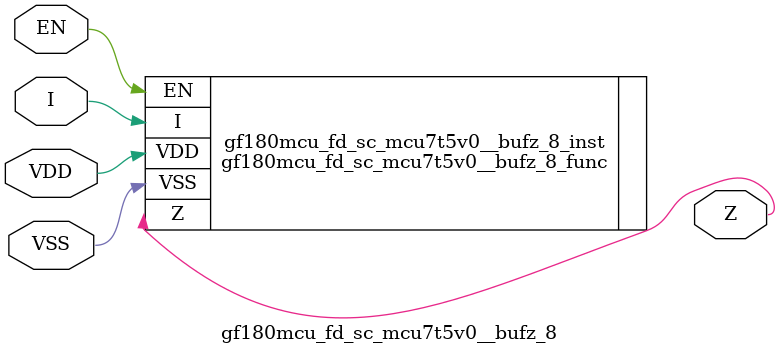
<source format=v>

module gf180mcu_fd_sc_mcu7t5v0__bufz_8( EN, I, Z, VDD, VSS );
input EN, I;
inout VDD, VSS;
output Z;

   `ifdef FUNCTIONAL  //  functional //

	gf180mcu_fd_sc_mcu7t5v0__bufz_8_func gf180mcu_fd_sc_mcu7t5v0__bufz_8_behav_inst(.EN(EN),.I(I),.Z(Z),.VDD(VDD),.VSS(VSS));

   `else

	gf180mcu_fd_sc_mcu7t5v0__bufz_8_func gf180mcu_fd_sc_mcu7t5v0__bufz_8_inst(.EN(EN),.I(I),.Z(Z),.VDD(VDD),.VSS(VSS));

	// spec_gates_begin


	// spec_gates_end



   specify

	// specify_block_begin

	// comb arc EN --> Z
	 (EN => Z) = (1.0,1.0);

	// comb arc I --> Z
	 (I => Z) = (1.0,1.0);

	// specify_block_end

   endspecify

   `endif

endmodule

</source>
